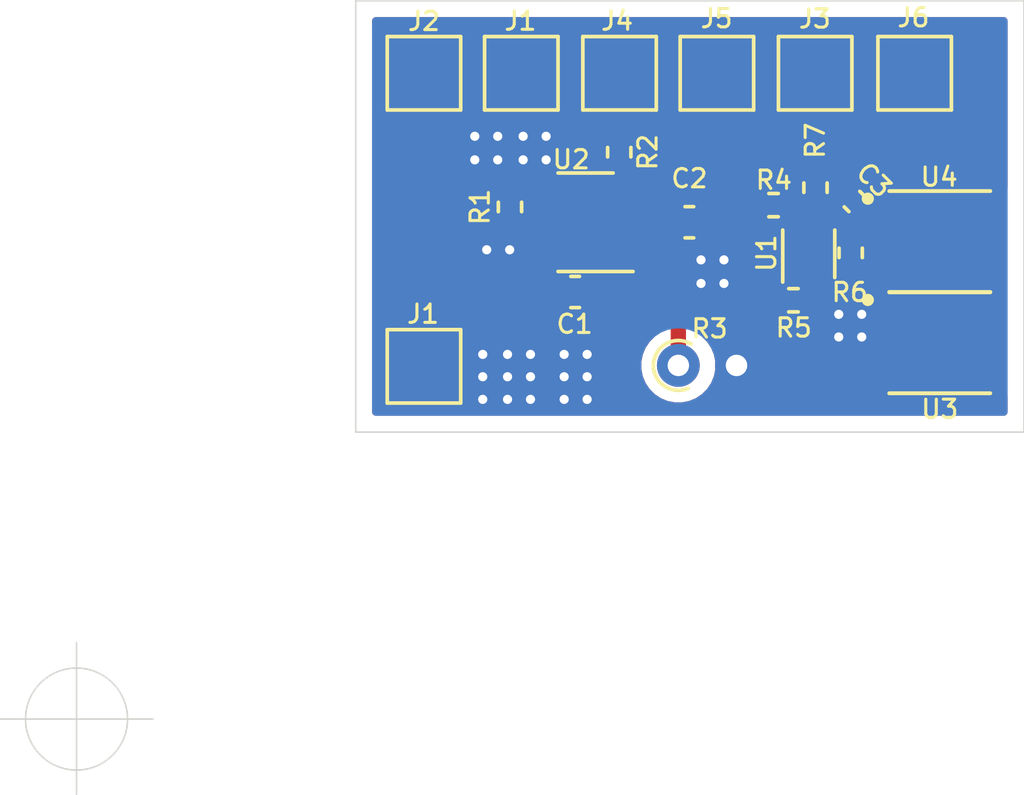
<source format=kicad_pcb>
(kicad_pcb (version 20171130) (host pcbnew "(5.1.8)-1")

  (general
    (thickness 1.6)
    (drawings 5)
    (tracks 129)
    (zones 0)
    (modules 21)
    (nets 15)
  )

  (page A4)
  (layers
    (0 F.Cu signal)
    (31 B.Cu signal)
    (32 B.Adhes user)
    (33 F.Adhes user)
    (34 B.Paste user)
    (35 F.Paste user)
    (36 B.SilkS user)
    (37 F.SilkS user)
    (38 B.Mask user)
    (39 F.Mask user)
    (40 Dwgs.User user hide)
    (41 Cmts.User user hide)
    (42 Eco1.User user hide)
    (43 Eco2.User user hide)
    (44 Edge.Cuts user)
    (45 Margin user hide)
    (46 B.CrtYd user hide)
    (47 F.CrtYd user hide)
    (48 B.Fab user hide)
    (49 F.Fab user hide)
  )

  (setup
    (last_trace_width 0.25)
    (user_trace_width 0.5)
    (user_trace_width 0.7)
    (trace_clearance 0.1)
    (zone_clearance 0.508)
    (zone_45_only no)
    (trace_min 0.2)
    (via_size 0.8)
    (via_drill 0.4)
    (via_min_size 0.4)
    (via_min_drill 0.3)
    (uvia_size 0.3)
    (uvia_drill 0.1)
    (uvias_allowed no)
    (uvia_min_size 0.2)
    (uvia_min_drill 0.1)
    (edge_width 0.05)
    (segment_width 0.2)
    (pcb_text_width 0.3)
    (pcb_text_size 1.5 1.5)
    (mod_edge_width 0.12)
    (mod_text_size 1 1)
    (mod_text_width 0.15)
    (pad_size 1.524 1.524)
    (pad_drill 0.762)
    (pad_to_mask_clearance 0)
    (aux_axis_origin 118.22 87.41)
    (grid_origin 118.22 87.41)
    (visible_elements 7FFFFFFF)
    (pcbplotparams
      (layerselection 0x010fc_ffffffff)
      (usegerberextensions false)
      (usegerberattributes true)
      (usegerberadvancedattributes true)
      (creategerberjobfile true)
      (excludeedgelayer true)
      (linewidth 0.100000)
      (plotframeref false)
      (viasonmask false)
      (mode 1)
      (useauxorigin false)
      (hpglpennumber 1)
      (hpglpenspeed 20)
      (hpglpendiameter 15.000000)
      (psnegative false)
      (psa4output false)
      (plotreference true)
      (plotvalue true)
      (plotinvisibletext false)
      (padsonsilk false)
      (subtractmaskfromsilk false)
      (outputformat 1)
      (mirror false)
      (drillshape 1)
      (scaleselection 1)
      (outputdirectory ""))
  )

  (net 0 "")
  (net 1 Adapter+)
  (net 2 BAT+)
  (net 3 BAT-)
  (net 4 "Net-(C3-Pad1)")
  (net 5 "Net-(R1-Pad1)")
  (net 6 ChargeLight-)
  (net 7 "Net-(R2-Pad1)")
  (net 8 "Net-(R3-Pad1)")
  (net 9 "Net-(R4-Pad1)")
  (net 10 "Net-(R5-Pad1)")
  (net 11 "Net-(R6-Pad1)")
  (net 12 "Net-(U1-Pad1)")
  (net 13 "Net-(U3-Pad5)")
  (net 14 GND)

  (net_class Default "This is the default net class."
    (clearance 0.1)
    (trace_width 0.25)
    (via_dia 0.8)
    (via_drill 0.4)
    (uvia_dia 0.3)
    (uvia_drill 0.1)
    (add_net Adapter+)
    (add_net BAT+)
    (add_net BAT-)
    (add_net ChargeLight-)
    (add_net GND)
    (add_net "Net-(C3-Pad1)")
    (add_net "Net-(R1-Pad1)")
    (add_net "Net-(R2-Pad1)")
    (add_net "Net-(R3-Pad1)")
    (add_net "Net-(R4-Pad1)")
    (add_net "Net-(R5-Pad1)")
    (add_net "Net-(R6-Pad1)")
    (add_net "Net-(U1-Pad1)")
    (add_net "Net-(U3-Pad5)")
  )

  (module TestPoint:TestPoint_Pad_2.0x2.0mm (layer F.Cu) (tedit 5A0F774F) (tstamp 6093583C)
    (at 129.57 75.88 180)
    (descr "SMD rectangular pad as test Point, square 2.0mm side length")
    (tags "test point SMD pad rectangle square")
    (path /60A04037)
    (attr virtual)
    (fp_text reference J1 (at 0.03 1.71) (layer F.SilkS)
      (effects (font (size 0.6 0.6) (thickness 0.1)))
    )
    (fp_text value Conn_01x01 (at 0 2.05) (layer F.Fab)
      (effects (font (size 1 1) (thickness 0.15)))
    )
    (fp_line (start -1.2 -1.2) (end 1.2 -1.2) (layer F.SilkS) (width 0.12))
    (fp_line (start 1.2 -1.2) (end 1.2 1.2) (layer F.SilkS) (width 0.12))
    (fp_line (start 1.2 1.2) (end -1.2 1.2) (layer F.SilkS) (width 0.12))
    (fp_line (start -1.2 1.2) (end -1.2 -1.2) (layer F.SilkS) (width 0.12))
    (fp_line (start -1.5 -1.5) (end 1.5 -1.5) (layer F.CrtYd) (width 0.05))
    (fp_line (start -1.5 -1.5) (end -1.5 1.5) (layer F.CrtYd) (width 0.05))
    (fp_line (start 1.5 1.5) (end 1.5 -1.5) (layer F.CrtYd) (width 0.05))
    (fp_line (start 1.5 1.5) (end -1.5 1.5) (layer F.CrtYd) (width 0.05))
    (fp_text user %R (at 0 -2) (layer F.Fab)
      (effects (font (size 1 1) (thickness 0.15)))
    )
    (pad 1 smd rect (at 0 0 180) (size 2 2) (layers F.Cu F.Mask)
      (net 14 GND))
  )

  (module Resistor_SMD:R_0402_1005Metric (layer F.Cu) (tedit 5F68FEEE) (tstamp 6092A90D)
    (at 142.36 70.039999 270)
    (descr "Resistor SMD 0402 (1005 Metric), square (rectangular) end terminal, IPC_7351 nominal, (Body size source: IPC-SM-782 page 72, https://www.pcb-3d.com/wordpress/wp-content/uploads/ipc-sm-782a_amendment_1_and_2.pdf), generated with kicad-footprint-generator")
    (tags resistor)
    (path /60997573)
    (attr smd)
    (fp_text reference R7 (at -1.539999 0.01 90) (layer F.SilkS)
      (effects (font (size 0.6 0.6) (thickness 0.1)))
    )
    (fp_text value 330R (at 0 1.17 90) (layer F.Fab)
      (effects (font (size 1 1) (thickness 0.15)))
    )
    (fp_line (start 0.93 0.47) (end -0.93 0.47) (layer F.CrtYd) (width 0.05))
    (fp_line (start 0.93 -0.47) (end 0.93 0.47) (layer F.CrtYd) (width 0.05))
    (fp_line (start -0.93 -0.47) (end 0.93 -0.47) (layer F.CrtYd) (width 0.05))
    (fp_line (start -0.93 0.47) (end -0.93 -0.47) (layer F.CrtYd) (width 0.05))
    (fp_line (start -0.153641 0.38) (end 0.153641 0.38) (layer F.SilkS) (width 0.12))
    (fp_line (start -0.153641 -0.38) (end 0.153641 -0.38) (layer F.SilkS) (width 0.12))
    (fp_line (start 0.525 0.27) (end -0.525 0.27) (layer F.Fab) (width 0.1))
    (fp_line (start 0.525 -0.27) (end 0.525 0.27) (layer F.Fab) (width 0.1))
    (fp_line (start -0.525 -0.27) (end 0.525 -0.27) (layer F.Fab) (width 0.1))
    (fp_line (start -0.525 0.27) (end -0.525 -0.27) (layer F.Fab) (width 0.1))
    (fp_text user %R (at 0 0 90) (layer F.Fab)
      (effects (font (size 0.26 0.26) (thickness 0.04)))
    )
    (pad 2 smd roundrect (at 0.51 0 270) (size 0.54 0.64) (layers F.Cu F.Paste F.Mask) (roundrect_rratio 0.25)
      (net 4 "Net-(C3-Pad1)"))
    (pad 1 smd roundrect (at -0.51 0 270) (size 0.54 0.64) (layers F.Cu F.Paste F.Mask) (roundrect_rratio 0.25)
      (net 2 BAT+))
    (model ${KISYS3DMOD}/Resistor_SMD.3dshapes/R_0402_1005Metric.wrl
      (at (xyz 0 0 0))
      (scale (xyz 1 1 1))
      (rotate (xyz 0 0 0))
    )
  )

  (module Resistor_SMD:R_0402_1005Metric (layer F.Cu) (tedit 5F68FEEE) (tstamp 6092A8FC)
    (at 143.51 72.17 90)
    (descr "Resistor SMD 0402 (1005 Metric), square (rectangular) end terminal, IPC_7351 nominal, (Body size source: IPC-SM-782 page 72, https://www.pcb-3d.com/wordpress/wp-content/uploads/ipc-sm-782a_amendment_1_and_2.pdf), generated with kicad-footprint-generator")
    (tags resistor)
    (path /60972CEE)
    (attr smd)
    (fp_text reference R6 (at -1.29 -0.03) (layer F.SilkS)
      (effects (font (size 0.6 0.6) (thickness 0.1)))
    )
    (fp_text value 5.1m (at 0 1.17 90) (layer F.Fab)
      (effects (font (size 1 1) (thickness 0.15)))
    )
    (fp_line (start 0.93 0.47) (end -0.93 0.47) (layer F.CrtYd) (width 0.05))
    (fp_line (start 0.93 -0.47) (end 0.93 0.47) (layer F.CrtYd) (width 0.05))
    (fp_line (start -0.93 -0.47) (end 0.93 -0.47) (layer F.CrtYd) (width 0.05))
    (fp_line (start -0.93 0.47) (end -0.93 -0.47) (layer F.CrtYd) (width 0.05))
    (fp_line (start -0.153641 0.38) (end 0.153641 0.38) (layer F.SilkS) (width 0.12))
    (fp_line (start -0.153641 -0.38) (end 0.153641 -0.38) (layer F.SilkS) (width 0.12))
    (fp_line (start 0.525 0.27) (end -0.525 0.27) (layer F.Fab) (width 0.1))
    (fp_line (start 0.525 -0.27) (end 0.525 0.27) (layer F.Fab) (width 0.1))
    (fp_line (start -0.525 -0.27) (end 0.525 -0.27) (layer F.Fab) (width 0.1))
    (fp_line (start -0.525 0.27) (end -0.525 -0.27) (layer F.Fab) (width 0.1))
    (fp_text user %R (at 0 0 90) (layer F.Fab)
      (effects (font (size 0.26 0.26) (thickness 0.04)))
    )
    (pad 2 smd roundrect (at 0.51 0 90) (size 0.54 0.64) (layers F.Cu F.Paste F.Mask) (roundrect_rratio 0.25)
      (net 3 BAT-))
    (pad 1 smd roundrect (at -0.51 0 90) (size 0.54 0.64) (layers F.Cu F.Paste F.Mask) (roundrect_rratio 0.25)
      (net 11 "Net-(R6-Pad1)"))
    (model ${KISYS3DMOD}/Resistor_SMD.3dshapes/R_0402_1005Metric.wrl
      (at (xyz 0 0 0))
      (scale (xyz 1 1 1))
      (rotate (xyz 0 0 0))
    )
  )

  (module Resistor_SMD:R_0402_1005Metric (layer F.Cu) (tedit 5F68FEEE) (tstamp 6092A8EB)
    (at 141.64 73.72 180)
    (descr "Resistor SMD 0402 (1005 Metric), square (rectangular) end terminal, IPC_7351 nominal, (Body size source: IPC-SM-782 page 72, https://www.pcb-3d.com/wordpress/wp-content/uploads/ipc-sm-782a_amendment_1_and_2.pdf), generated with kicad-footprint-generator")
    (tags resistor)
    (path /60955E65)
    (attr smd)
    (fp_text reference R5 (at -0.01 -0.9) (layer F.SilkS)
      (effects (font (size 0.6 0.6) (thickness 0.1)))
    )
    (fp_text value 5.1M (at 0 1.17) (layer F.Fab)
      (effects (font (size 1 1) (thickness 0.15)))
    )
    (fp_line (start 0.93 0.47) (end -0.93 0.47) (layer F.CrtYd) (width 0.05))
    (fp_line (start 0.93 -0.47) (end 0.93 0.47) (layer F.CrtYd) (width 0.05))
    (fp_line (start -0.93 -0.47) (end 0.93 -0.47) (layer F.CrtYd) (width 0.05))
    (fp_line (start -0.93 0.47) (end -0.93 -0.47) (layer F.CrtYd) (width 0.05))
    (fp_line (start -0.153641 0.38) (end 0.153641 0.38) (layer F.SilkS) (width 0.12))
    (fp_line (start -0.153641 -0.38) (end 0.153641 -0.38) (layer F.SilkS) (width 0.12))
    (fp_line (start 0.525 0.27) (end -0.525 0.27) (layer F.Fab) (width 0.1))
    (fp_line (start 0.525 -0.27) (end 0.525 0.27) (layer F.Fab) (width 0.1))
    (fp_line (start -0.525 -0.27) (end 0.525 -0.27) (layer F.Fab) (width 0.1))
    (fp_line (start -0.525 0.27) (end -0.525 -0.27) (layer F.Fab) (width 0.1))
    (fp_text user %R (at 0 0) (layer F.Fab)
      (effects (font (size 0.26 0.26) (thickness 0.04)))
    )
    (pad 2 smd roundrect (at 0.51 0 180) (size 0.54 0.64) (layers F.Cu F.Paste F.Mask) (roundrect_rratio 0.25)
      (net 14 GND))
    (pad 1 smd roundrect (at -0.51 0 180) (size 0.54 0.64) (layers F.Cu F.Paste F.Mask) (roundrect_rratio 0.25)
      (net 10 "Net-(R5-Pad1)"))
    (model ${KISYS3DMOD}/Resistor_SMD.3dshapes/R_0402_1005Metric.wrl
      (at (xyz 0 0 0))
      (scale (xyz 1 1 1))
      (rotate (xyz 0 0 0))
    )
  )

  (module Resistor_SMD:R_0402_1005Metric (layer F.Cu) (tedit 5F68FEEE) (tstamp 6092A8DA)
    (at 140.99 70.61 180)
    (descr "Resistor SMD 0402 (1005 Metric), square (rectangular) end terminal, IPC_7351 nominal, (Body size source: IPC-SM-782 page 72, https://www.pcb-3d.com/wordpress/wp-content/uploads/ipc-sm-782a_amendment_1_and_2.pdf), generated with kicad-footprint-generator")
    (tags resistor)
    (path /609790B1)
    (attr smd)
    (fp_text reference R4 (at -0.01 0.82) (layer F.SilkS)
      (effects (font (size 0.6 0.6) (thickness 0.1)))
    )
    (fp_text value 2.2k (at 0 1.17) (layer F.Fab)
      (effects (font (size 1 1) (thickness 0.15)))
    )
    (fp_line (start 0.93 0.47) (end -0.93 0.47) (layer F.CrtYd) (width 0.05))
    (fp_line (start 0.93 -0.47) (end 0.93 0.47) (layer F.CrtYd) (width 0.05))
    (fp_line (start -0.93 -0.47) (end 0.93 -0.47) (layer F.CrtYd) (width 0.05))
    (fp_line (start -0.93 0.47) (end -0.93 -0.47) (layer F.CrtYd) (width 0.05))
    (fp_line (start -0.153641 0.38) (end 0.153641 0.38) (layer F.SilkS) (width 0.12))
    (fp_line (start -0.153641 -0.38) (end 0.153641 -0.38) (layer F.SilkS) (width 0.12))
    (fp_line (start 0.525 0.27) (end -0.525 0.27) (layer F.Fab) (width 0.1))
    (fp_line (start 0.525 -0.27) (end 0.525 0.27) (layer F.Fab) (width 0.1))
    (fp_line (start -0.525 -0.27) (end 0.525 -0.27) (layer F.Fab) (width 0.1))
    (fp_line (start -0.525 0.27) (end -0.525 -0.27) (layer F.Fab) (width 0.1))
    (fp_text user %R (at 0 0) (layer F.Fab)
      (effects (font (size 0.26 0.26) (thickness 0.04)))
    )
    (pad 2 smd roundrect (at 0.51 0 180) (size 0.54 0.64) (layers F.Cu F.Paste F.Mask) (roundrect_rratio 0.25)
      (net 14 GND))
    (pad 1 smd roundrect (at -0.51 0 180) (size 0.54 0.64) (layers F.Cu F.Paste F.Mask) (roundrect_rratio 0.25)
      (net 9 "Net-(R4-Pad1)"))
    (model ${KISYS3DMOD}/Resistor_SMD.3dshapes/R_0402_1005Metric.wrl
      (at (xyz 0 0 0))
      (scale (xyz 1 1 1))
      (rotate (xyz 0 0 0))
    )
  )

  (module Resistor_SMD:R_0402_1005Metric (layer F.Cu) (tedit 5F68FEEE) (tstamp 6092A8BB)
    (at 135.95 68.88 90)
    (descr "Resistor SMD 0402 (1005 Metric), square (rectangular) end terminal, IPC_7351 nominal, (Body size source: IPC-SM-782 page 72, https://www.pcb-3d.com/wordpress/wp-content/uploads/ipc-sm-782a_amendment_1_and_2.pdf), generated with kicad-footprint-generator")
    (tags resistor)
    (path /6093112C)
    (attr smd)
    (fp_text reference R2 (at 0 0.93 90) (layer F.SilkS)
      (effects (font (size 0.6 0.6) (thickness 0.1)))
    )
    (fp_text value 1K (at 0 1.17 90) (layer F.Fab)
      (effects (font (size 1 1) (thickness 0.15)))
    )
    (fp_line (start 0.93 0.47) (end -0.93 0.47) (layer F.CrtYd) (width 0.05))
    (fp_line (start 0.93 -0.47) (end 0.93 0.47) (layer F.CrtYd) (width 0.05))
    (fp_line (start -0.93 -0.47) (end 0.93 -0.47) (layer F.CrtYd) (width 0.05))
    (fp_line (start -0.93 0.47) (end -0.93 -0.47) (layer F.CrtYd) (width 0.05))
    (fp_line (start -0.153641 0.38) (end 0.153641 0.38) (layer F.SilkS) (width 0.12))
    (fp_line (start -0.153641 -0.38) (end 0.153641 -0.38) (layer F.SilkS) (width 0.12))
    (fp_line (start 0.525 0.27) (end -0.525 0.27) (layer F.Fab) (width 0.1))
    (fp_line (start 0.525 -0.27) (end 0.525 0.27) (layer F.Fab) (width 0.1))
    (fp_line (start -0.525 -0.27) (end 0.525 -0.27) (layer F.Fab) (width 0.1))
    (fp_line (start -0.525 0.27) (end -0.525 -0.27) (layer F.Fab) (width 0.1))
    (fp_text user %R (at 0 0 90) (layer F.Fab)
      (effects (font (size 0.26 0.26) (thickness 0.04)))
    )
    (pad 2 smd roundrect (at 0.51 0 90) (size 0.54 0.64) (layers F.Cu F.Paste F.Mask) (roundrect_rratio 0.25)
      (net 6 ChargeLight-))
    (pad 1 smd roundrect (at -0.51 0 90) (size 0.54 0.64) (layers F.Cu F.Paste F.Mask) (roundrect_rratio 0.25)
      (net 7 "Net-(R2-Pad1)"))
    (model ${KISYS3DMOD}/Resistor_SMD.3dshapes/R_0402_1005Metric.wrl
      (at (xyz 0 0 0))
      (scale (xyz 1 1 1))
      (rotate (xyz 0 0 0))
    )
  )

  (module Resistor_SMD:R_0402_1005Metric (layer F.Cu) (tedit 5F68FEEE) (tstamp 6092A8AA)
    (at 132.38 70.67 270)
    (descr "Resistor SMD 0402 (1005 Metric), square (rectangular) end terminal, IPC_7351 nominal, (Body size source: IPC-SM-782 page 72, https://www.pcb-3d.com/wordpress/wp-content/uploads/ipc-sm-782a_amendment_1_and_2.pdf), generated with kicad-footprint-generator")
    (tags resistor)
    (path /6092AFB6)
    (attr smd)
    (fp_text reference R1 (at 0 0.98 90) (layer F.SilkS)
      (effects (font (size 0.6 0.6) (thickness 0.1)))
    )
    (fp_text value 1K (at 0 1.17 90) (layer F.Fab)
      (effects (font (size 1 1) (thickness 0.15)))
    )
    (fp_line (start 0.93 0.47) (end -0.93 0.47) (layer F.CrtYd) (width 0.05))
    (fp_line (start 0.93 -0.47) (end 0.93 0.47) (layer F.CrtYd) (width 0.05))
    (fp_line (start -0.93 -0.47) (end 0.93 -0.47) (layer F.CrtYd) (width 0.05))
    (fp_line (start -0.93 0.47) (end -0.93 -0.47) (layer F.CrtYd) (width 0.05))
    (fp_line (start -0.153641 0.38) (end 0.153641 0.38) (layer F.SilkS) (width 0.12))
    (fp_line (start -0.153641 -0.38) (end 0.153641 -0.38) (layer F.SilkS) (width 0.12))
    (fp_line (start 0.525 0.27) (end -0.525 0.27) (layer F.Fab) (width 0.1))
    (fp_line (start 0.525 -0.27) (end 0.525 0.27) (layer F.Fab) (width 0.1))
    (fp_line (start -0.525 -0.27) (end 0.525 -0.27) (layer F.Fab) (width 0.1))
    (fp_line (start -0.525 0.27) (end -0.525 -0.27) (layer F.Fab) (width 0.1))
    (fp_text user %R (at 0 0 90) (layer F.Fab)
      (effects (font (size 0.26 0.26) (thickness 0.04)))
    )
    (pad 2 smd roundrect (at 0.51 0 270) (size 0.54 0.64) (layers F.Cu F.Paste F.Mask) (roundrect_rratio 0.25)
      (net 14 GND))
    (pad 1 smd roundrect (at -0.51 0 270) (size 0.54 0.64) (layers F.Cu F.Paste F.Mask) (roundrect_rratio 0.25)
      (net 5 "Net-(R1-Pad1)"))
    (model ${KISYS3DMOD}/Resistor_SMD.3dshapes/R_0402_1005Metric.wrl
      (at (xyz 0 0 0))
      (scale (xyz 1 1 1))
      (rotate (xyz 0 0 0))
    )
  )

  (module TestPoint:TestPoint_Pad_2.0x2.0mm (layer F.Cu) (tedit 5A0F774F) (tstamp 60930CB3)
    (at 145.6 66.3 180)
    (descr "SMD rectangular pad as test Point, square 2.0mm side length")
    (tags "test point SMD pad rectangle square")
    (path /60A0C83A)
    (attr virtual)
    (fp_text reference J6 (at 0.04 1.82) (layer F.SilkS)
      (effects (font (size 0.6 0.6) (thickness 0.1)))
    )
    (fp_text value Conn_01x01 (at 0 2.05) (layer F.Fab)
      (effects (font (size 1 1) (thickness 0.15)))
    )
    (fp_line (start 1.5 1.5) (end -1.5 1.5) (layer F.CrtYd) (width 0.05))
    (fp_line (start 1.5 1.5) (end 1.5 -1.5) (layer F.CrtYd) (width 0.05))
    (fp_line (start -1.5 -1.5) (end -1.5 1.5) (layer F.CrtYd) (width 0.05))
    (fp_line (start -1.5 -1.5) (end 1.5 -1.5) (layer F.CrtYd) (width 0.05))
    (fp_line (start -1.2 1.2) (end -1.2 -1.2) (layer F.SilkS) (width 0.12))
    (fp_line (start 1.2 1.2) (end -1.2 1.2) (layer F.SilkS) (width 0.12))
    (fp_line (start 1.2 -1.2) (end 1.2 1.2) (layer F.SilkS) (width 0.12))
    (fp_line (start -1.2 -1.2) (end 1.2 -1.2) (layer F.SilkS) (width 0.12))
    (fp_text user %R (at 0 -2) (layer F.Fab)
      (effects (font (size 1 1) (thickness 0.15)))
    )
    (pad 1 smd rect (at 0 0 180) (size 2 2) (layers F.Cu F.Mask)
      (net 3 BAT-))
  )

  (module TestPoint:TestPoint_Pad_2.0x2.0mm (layer F.Cu) (tedit 5A0F774F) (tstamp 60930CA5)
    (at 139.14 66.3 180)
    (descr "SMD rectangular pad as test Point, square 2.0mm side length")
    (tags "test point SMD pad rectangle square")
    (path /60A0C834)
    (attr virtual)
    (fp_text reference J5 (at 0.01 1.79) (layer F.SilkS)
      (effects (font (size 0.6 0.6) (thickness 0.1)))
    )
    (fp_text value Conn_01x01 (at 0 2.05) (layer F.Fab)
      (effects (font (size 1 1) (thickness 0.15)))
    )
    (fp_line (start 1.5 1.5) (end -1.5 1.5) (layer F.CrtYd) (width 0.05))
    (fp_line (start 1.5 1.5) (end 1.5 -1.5) (layer F.CrtYd) (width 0.05))
    (fp_line (start -1.5 -1.5) (end -1.5 1.5) (layer F.CrtYd) (width 0.05))
    (fp_line (start -1.5 -1.5) (end 1.5 -1.5) (layer F.CrtYd) (width 0.05))
    (fp_line (start -1.2 1.2) (end -1.2 -1.2) (layer F.SilkS) (width 0.12))
    (fp_line (start 1.2 1.2) (end -1.2 1.2) (layer F.SilkS) (width 0.12))
    (fp_line (start 1.2 -1.2) (end 1.2 1.2) (layer F.SilkS) (width 0.12))
    (fp_line (start -1.2 -1.2) (end 1.2 -1.2) (layer F.SilkS) (width 0.12))
    (fp_text user %R (at 0 -2) (layer F.Fab)
      (effects (font (size 1 1) (thickness 0.15)))
    )
    (pad 1 smd rect (at 0 0 180) (size 2 2) (layers F.Cu F.Mask)
      (net 2 BAT+))
  )

  (module TestPoint:TestPoint_Pad_2.0x2.0mm (layer F.Cu) (tedit 5A0F774F) (tstamp 60930C97)
    (at 135.96 66.3 180)
    (descr "SMD rectangular pad as test Point, square 2.0mm side length")
    (tags "test point SMD pad rectangle square")
    (path /60A0A7B1)
    (attr virtual)
    (fp_text reference J4 (at 0.08 1.71) (layer F.SilkS)
      (effects (font (size 0.6 0.6) (thickness 0.1)))
    )
    (fp_text value Conn_01x01 (at 0 2.05) (layer F.Fab)
      (effects (font (size 1 1) (thickness 0.15)))
    )
    (fp_line (start 1.5 1.5) (end -1.5 1.5) (layer F.CrtYd) (width 0.05))
    (fp_line (start 1.5 1.5) (end 1.5 -1.5) (layer F.CrtYd) (width 0.05))
    (fp_line (start -1.5 -1.5) (end -1.5 1.5) (layer F.CrtYd) (width 0.05))
    (fp_line (start -1.5 -1.5) (end 1.5 -1.5) (layer F.CrtYd) (width 0.05))
    (fp_line (start -1.2 1.2) (end -1.2 -1.2) (layer F.SilkS) (width 0.12))
    (fp_line (start 1.2 1.2) (end -1.2 1.2) (layer F.SilkS) (width 0.12))
    (fp_line (start 1.2 -1.2) (end 1.2 1.2) (layer F.SilkS) (width 0.12))
    (fp_line (start -1.2 -1.2) (end 1.2 -1.2) (layer F.SilkS) (width 0.12))
    (fp_text user %R (at 0 -2) (layer F.Fab)
      (effects (font (size 1 1) (thickness 0.15)))
    )
    (pad 1 smd rect (at 0 0 180) (size 2 2) (layers F.Cu F.Mask)
      (net 6 ChargeLight-))
  )

  (module TestPoint:TestPoint_Pad_2.0x2.0mm (layer F.Cu) (tedit 5A0F774F) (tstamp 60930C89)
    (at 142.35 66.3 180)
    (descr "SMD rectangular pad as test Point, square 2.0mm side length")
    (tags "test point SMD pad rectangle square")
    (path /60A0A7AB)
    (attr virtual)
    (fp_text reference J3 (at 0.01 1.78) (layer F.SilkS)
      (effects (font (size 0.6 0.6) (thickness 0.1)))
    )
    (fp_text value Conn_01x01 (at 0 2.05) (layer F.Fab)
      (effects (font (size 1 1) (thickness 0.15)))
    )
    (fp_line (start 1.5 1.5) (end -1.5 1.5) (layer F.CrtYd) (width 0.05))
    (fp_line (start 1.5 1.5) (end 1.5 -1.5) (layer F.CrtYd) (width 0.05))
    (fp_line (start -1.5 -1.5) (end -1.5 1.5) (layer F.CrtYd) (width 0.05))
    (fp_line (start -1.5 -1.5) (end 1.5 -1.5) (layer F.CrtYd) (width 0.05))
    (fp_line (start -1.2 1.2) (end -1.2 -1.2) (layer F.SilkS) (width 0.12))
    (fp_line (start 1.2 1.2) (end -1.2 1.2) (layer F.SilkS) (width 0.12))
    (fp_line (start 1.2 -1.2) (end 1.2 1.2) (layer F.SilkS) (width 0.12))
    (fp_line (start -1.2 -1.2) (end 1.2 -1.2) (layer F.SilkS) (width 0.12))
    (fp_text user %R (at 0 -2) (layer F.Fab)
      (effects (font (size 1 1) (thickness 0.15)))
    )
    (pad 1 smd rect (at 0 0 180) (size 2 2) (layers F.Cu F.Mask)
      (net 2 BAT+))
  )

  (module TestPoint:TestPoint_Pad_2.0x2.0mm (layer F.Cu) (tedit 5A0F774F) (tstamp 60930C7B)
    (at 129.57 66.3 180)
    (descr "SMD rectangular pad as test Point, square 2.0mm side length")
    (tags "test point SMD pad rectangle square")
    (path /60A0504E)
    (attr virtual)
    (fp_text reference J2 (at 0 1.7) (layer F.SilkS)
      (effects (font (size 0.6 0.6) (thickness 0.1)))
    )
    (fp_text value Conn_01x01 (at 0 2.05) (layer F.Fab)
      (effects (font (size 1 1) (thickness 0.15)))
    )
    (fp_line (start 1.5 1.5) (end -1.5 1.5) (layer F.CrtYd) (width 0.05))
    (fp_line (start 1.5 1.5) (end 1.5 -1.5) (layer F.CrtYd) (width 0.05))
    (fp_line (start -1.5 -1.5) (end -1.5 1.5) (layer F.CrtYd) (width 0.05))
    (fp_line (start -1.5 -1.5) (end 1.5 -1.5) (layer F.CrtYd) (width 0.05))
    (fp_line (start -1.2 1.2) (end -1.2 -1.2) (layer F.SilkS) (width 0.12))
    (fp_line (start 1.2 1.2) (end -1.2 1.2) (layer F.SilkS) (width 0.12))
    (fp_line (start 1.2 -1.2) (end 1.2 1.2) (layer F.SilkS) (width 0.12))
    (fp_line (start -1.2 -1.2) (end 1.2 -1.2) (layer F.SilkS) (width 0.12))
    (fp_text user %R (at 0 -2) (layer F.Fab)
      (effects (font (size 1 1) (thickness 0.15)))
    )
    (pad 1 smd rect (at 0 0 180) (size 2 2) (layers F.Cu F.Mask)
      (net 1 Adapter+))
  )

  (module TestPoint:TestPoint_Pad_2.0x2.0mm (layer F.Cu) (tedit 5A0F774F) (tstamp 60930C6D)
    (at 132.75 66.3 180)
    (descr "SMD rectangular pad as test Point, square 2.0mm side length")
    (tags "test point SMD pad rectangle square")
    (path /60A04037)
    (attr virtual)
    (fp_text reference J1 (at 0.03 1.71) (layer F.SilkS)
      (effects (font (size 0.6 0.6) (thickness 0.1)))
    )
    (fp_text value Conn_01x01 (at 0 2.05) (layer F.Fab)
      (effects (font (size 1 1) (thickness 0.15)))
    )
    (fp_line (start 1.5 1.5) (end -1.5 1.5) (layer F.CrtYd) (width 0.05))
    (fp_line (start 1.5 1.5) (end 1.5 -1.5) (layer F.CrtYd) (width 0.05))
    (fp_line (start -1.5 -1.5) (end -1.5 1.5) (layer F.CrtYd) (width 0.05))
    (fp_line (start -1.5 -1.5) (end 1.5 -1.5) (layer F.CrtYd) (width 0.05))
    (fp_line (start -1.2 1.2) (end -1.2 -1.2) (layer F.SilkS) (width 0.12))
    (fp_line (start 1.2 1.2) (end -1.2 1.2) (layer F.SilkS) (width 0.12))
    (fp_line (start 1.2 -1.2) (end 1.2 1.2) (layer F.SilkS) (width 0.12))
    (fp_line (start -1.2 -1.2) (end 1.2 -1.2) (layer F.SilkS) (width 0.12))
    (fp_text user %R (at 0 -2) (layer F.Fab)
      (effects (font (size 1 1) (thickness 0.15)))
    )
    (pad 1 smd rect (at 0 0 180) (size 2 2) (layers F.Cu F.Mask)
      (net 14 GND))
  )

  (module Capacitor_SMD:C_0402_1005Metric (layer F.Cu) (tedit 5F68FEEE) (tstamp 6092A899)
    (at 143.63 70.49 315)
    (descr "Capacitor SMD 0402 (1005 Metric), square (rectangular) end terminal, IPC_7351 nominal, (Body size source: IPC-SM-782 page 76, https://www.pcb-3d.com/wordpress/wp-content/uploads/ipc-sm-782a_amendment_1_and_2.pdf), generated with kicad-footprint-generator")
    (tags capacitor)
    (path /6099756D)
    (attr smd)
    (fp_text reference C3 (at -0.042426 -0.947523 135) (layer F.SilkS)
      (effects (font (size 0.6 0.6) (thickness 0.1)))
    )
    (fp_text value 0.1uF (at 0 1.16 135) (layer F.Fab)
      (effects (font (size 1 1) (thickness 0.15)))
    )
    (fp_line (start 0.91 0.46) (end -0.91 0.46) (layer F.CrtYd) (width 0.05))
    (fp_line (start 0.91 -0.46) (end 0.91 0.46) (layer F.CrtYd) (width 0.05))
    (fp_line (start -0.91 -0.46) (end 0.91 -0.46) (layer F.CrtYd) (width 0.05))
    (fp_line (start -0.91 0.46) (end -0.91 -0.46) (layer F.CrtYd) (width 0.05))
    (fp_line (start -0.107836 0.36) (end 0.107836 0.36) (layer F.SilkS) (width 0.12))
    (fp_line (start -0.107836 -0.36) (end 0.107836 -0.36) (layer F.SilkS) (width 0.12))
    (fp_line (start 0.5 0.25) (end -0.5 0.25) (layer F.Fab) (width 0.1))
    (fp_line (start 0.5 -0.25) (end 0.5 0.25) (layer F.Fab) (width 0.1))
    (fp_line (start -0.5 -0.25) (end 0.5 -0.25) (layer F.Fab) (width 0.1))
    (fp_line (start -0.5 0.25) (end -0.5 -0.25) (layer F.Fab) (width 0.1))
    (fp_text user %R (at 0 0 135) (layer F.Fab)
      (effects (font (size 0.25 0.25) (thickness 0.04)))
    )
    (pad 2 smd roundrect (at 0.48 0 315) (size 0.56 0.62) (layers F.Cu F.Paste F.Mask) (roundrect_rratio 0.25)
      (net 3 BAT-))
    (pad 1 smd roundrect (at -0.48 0 315) (size 0.56 0.62) (layers F.Cu F.Paste F.Mask) (roundrect_rratio 0.25)
      (net 4 "Net-(C3-Pad1)"))
    (model ${KISYS3DMOD}/Capacitor_SMD.3dshapes/C_0402_1005Metric.wrl
      (at (xyz 0 0 0))
      (scale (xyz 1 1 1))
      (rotate (xyz 0 0 0))
    )
  )

  (module BC:CSD16406Q3 (layer F.Cu) (tedit 609275D4) (tstamp 6092A981)
    (at 146.42 71.8)
    (descr "<b>8-SON</b> (Q3)<p>body 3.3 x 3.3 mm")
    (path /60929C60)
    (fp_text reference U4 (at -0.02 -2.11) (layer F.SilkS)
      (effects (font (size 0.6 0.6) (thickness 0.1)))
    )
    (fp_text value CSD16406Q3 (at 5.728 2.808) (layer F.Fab)
      (effects (font (size 0.8 0.8) (thickness 0.015)))
    )
    (fp_circle (center -2.35 -1.4) (end -2.25 -1.4) (layer F.Fab) (width 0.2))
    (fp_circle (center -2.35 -1.4) (end -2.25 -1.4) (layer F.SilkS) (width 0.2))
    (fp_line (start -2 1.9) (end -2 -1.9) (layer F.CrtYd) (width 0.05))
    (fp_line (start 2 1.9) (end -2 1.9) (layer F.CrtYd) (width 0.05))
    (fp_line (start 2 -1.9) (end 2 1.9) (layer F.CrtYd) (width 0.05))
    (fp_line (start -2 -1.9) (end 2 -1.9) (layer F.CrtYd) (width 0.05))
    (fp_line (start -1.65 -1.65) (end 1.65 -1.65) (layer F.SilkS) (width 0.127))
    (fp_line (start -1.65 1.65) (end 1.65 1.65) (layer F.SilkS) (width 0.127))
    (fp_poly (pts (xy -0.46 0.125) (xy 0.985 0.125) (xy 0.985 1.145) (xy -0.46 1.145)) (layer F.Paste) (width 0.01))
    (fp_poly (pts (xy -1.66 -1.145) (xy -1.21 -1.145) (xy -1.21 -0.805) (xy -1.66 -0.805)) (layer F.Paste) (width 0.01))
    (fp_poly (pts (xy -1.66 -0.495) (xy -1.21 -0.495) (xy -1.21 -0.155) (xy -1.66 -0.155)) (layer F.Paste) (width 0.01))
    (fp_poly (pts (xy -1.66 0.805) (xy -1.21 0.805) (xy -1.21 1.145) (xy -1.66 1.145)) (layer F.Paste) (width 0.01))
    (fp_poly (pts (xy -1.66 0.155) (xy -1.21 0.155) (xy -1.21 0.495) (xy -1.66 0.495)) (layer F.Paste) (width 0.01))
    (fp_poly (pts (xy 1.21 0.805) (xy 1.66 0.805) (xy 1.66 1.145) (xy 1.21 1.145)) (layer F.Paste) (width 0.01))
    (fp_poly (pts (xy 1.21 0.155) (xy 1.66 0.155) (xy 1.66 0.495) (xy 1.21 0.495)) (layer F.Paste) (width 0.01))
    (fp_poly (pts (xy 1.21 -1.145) (xy 1.66 -1.145) (xy 1.66 -0.805) (xy 1.21 -0.805)) (layer F.Paste) (width 0.01))
    (fp_poly (pts (xy 1.21 -0.495) (xy 1.66 -0.495) (xy 1.66 -0.155) (xy 1.21 -0.155)) (layer F.Paste) (width 0.01))
    (fp_line (start -1.65 -1.65) (end 1.65 -1.65) (layer F.Fab) (width 0.127))
    (fp_line (start -1.65 1.65) (end -1.65 -1.65) (layer F.Fab) (width 0.127))
    (fp_line (start 1.65 1.65) (end -1.65 1.65) (layer F.Fab) (width 0.127))
    (fp_line (start 1.65 -1.65) (end 1.65 1.65) (layer F.Fab) (width 0.127))
    (fp_poly (pts (xy -0.46 -1.145) (xy 0.985 -1.145) (xy 0.985 -0.125) (xy -0.46 -0.125)) (layer F.Paste) (width 0.01))
    (fp_poly (pts (xy 1.75 -1.225) (xy 1.75 -0.725) (xy 1.34 -0.725) (xy 1.34 -0.575)
      (xy 1.75 -0.575) (xy 1.75 -0.075) (xy 1.34 -0.075) (xy 1.34 0.075)
      (xy 1.75 0.075) (xy 1.75 0.575) (xy 1.34 0.575) (xy 1.34 0.725)
      (xy 1.75 0.725) (xy 1.75 1.225) (xy -0.56 1.225) (xy -0.56 -1.225)) (layer F.Cu) (width 0.01))
    (fp_poly (pts (xy -0.66 -1.325) (xy 1.85 -1.325) (xy 1.85 1.325) (xy -0.66 1.325)) (layer F.Mask) (width 0.01))
    (pad 4 smd rect (at -1.435 0.975) (size 0.63 0.5) (layers F.Cu F.Mask)
      (net 11 "Net-(R6-Pad1)"))
    (pad 1 smd rect (at -1.435 -0.975) (size 0.63 0.5) (layers F.Cu F.Mask)
      (net 3 BAT-))
    (pad 2 smd rect (at -1.435 -0.325) (size 0.63 0.5) (layers F.Cu F.Mask)
      (net 3 BAT-))
    (pad 3 smd rect (at -1.435 0.325) (size 0.63 0.5) (layers F.Cu F.Mask)
      (net 3 BAT-))
    (pad 5 smd rect (at 1.435 0.975) (size 0.63 0.5) (layers F.Cu)
      (net 13 "Net-(U3-Pad5)"))
    (pad 6 smd rect (at 1.435 0.325) (size 0.63 0.5) (layers F.Cu)
      (net 13 "Net-(U3-Pad5)"))
    (pad 7 smd rect (at 1.435 -0.325) (size 0.63 0.5) (layers F.Cu)
      (net 13 "Net-(U3-Pad5)"))
    (pad 8 smd rect (at 1.435 -0.975) (size 0.63 0.5) (layers F.Cu)
      (net 13 "Net-(U3-Pad5)"))
  )

  (module BC:CSD16406Q3 (layer F.Cu) (tedit 609275D4) (tstamp 6092A95D)
    (at 146.42 75.11)
    (descr "<b>8-SON</b> (Q3)<p>body 3.3 x 3.3 mm")
    (path /60927B72)
    (fp_text reference U3 (at 0 2.17 180) (layer F.SilkS)
      (effects (font (size 0.6 0.6) (thickness 0.1)))
    )
    (fp_text value CSD16406Q3 (at 5.728 2.808) (layer F.Fab)
      (effects (font (size 0.8 0.8) (thickness 0.015)))
    )
    (fp_circle (center -2.35 -1.4) (end -2.25 -1.4) (layer F.Fab) (width 0.2))
    (fp_circle (center -2.35 -1.4) (end -2.25 -1.4) (layer F.SilkS) (width 0.2))
    (fp_line (start -2 1.9) (end -2 -1.9) (layer F.CrtYd) (width 0.05))
    (fp_line (start 2 1.9) (end -2 1.9) (layer F.CrtYd) (width 0.05))
    (fp_line (start 2 -1.9) (end 2 1.9) (layer F.CrtYd) (width 0.05))
    (fp_line (start -2 -1.9) (end 2 -1.9) (layer F.CrtYd) (width 0.05))
    (fp_line (start -1.65 -1.65) (end 1.65 -1.65) (layer F.SilkS) (width 0.127))
    (fp_line (start -1.65 1.65) (end 1.65 1.65) (layer F.SilkS) (width 0.127))
    (fp_poly (pts (xy -0.46 0.125) (xy 0.985 0.125) (xy 0.985 1.145) (xy -0.46 1.145)) (layer F.Paste) (width 0.01))
    (fp_poly (pts (xy -1.66 -1.145) (xy -1.21 -1.145) (xy -1.21 -0.805) (xy -1.66 -0.805)) (layer F.Paste) (width 0.01))
    (fp_poly (pts (xy -1.66 -0.495) (xy -1.21 -0.495) (xy -1.21 -0.155) (xy -1.66 -0.155)) (layer F.Paste) (width 0.01))
    (fp_poly (pts (xy -1.66 0.805) (xy -1.21 0.805) (xy -1.21 1.145) (xy -1.66 1.145)) (layer F.Paste) (width 0.01))
    (fp_poly (pts (xy -1.66 0.155) (xy -1.21 0.155) (xy -1.21 0.495) (xy -1.66 0.495)) (layer F.Paste) (width 0.01))
    (fp_poly (pts (xy 1.21 0.805) (xy 1.66 0.805) (xy 1.66 1.145) (xy 1.21 1.145)) (layer F.Paste) (width 0.01))
    (fp_poly (pts (xy 1.21 0.155) (xy 1.66 0.155) (xy 1.66 0.495) (xy 1.21 0.495)) (layer F.Paste) (width 0.01))
    (fp_poly (pts (xy 1.21 -1.145) (xy 1.66 -1.145) (xy 1.66 -0.805) (xy 1.21 -0.805)) (layer F.Paste) (width 0.01))
    (fp_poly (pts (xy 1.21 -0.495) (xy 1.66 -0.495) (xy 1.66 -0.155) (xy 1.21 -0.155)) (layer F.Paste) (width 0.01))
    (fp_line (start -1.65 -1.65) (end 1.65 -1.65) (layer F.Fab) (width 0.127))
    (fp_line (start -1.65 1.65) (end -1.65 -1.65) (layer F.Fab) (width 0.127))
    (fp_line (start 1.65 1.65) (end -1.65 1.65) (layer F.Fab) (width 0.127))
    (fp_line (start 1.65 -1.65) (end 1.65 1.65) (layer F.Fab) (width 0.127))
    (fp_poly (pts (xy -0.46 -1.145) (xy 0.985 -1.145) (xy 0.985 -0.125) (xy -0.46 -0.125)) (layer F.Paste) (width 0.01))
    (fp_poly (pts (xy 1.75 -1.225) (xy 1.75 -0.725) (xy 1.34 -0.725) (xy 1.34 -0.575)
      (xy 1.75 -0.575) (xy 1.75 -0.075) (xy 1.34 -0.075) (xy 1.34 0.075)
      (xy 1.75 0.075) (xy 1.75 0.575) (xy 1.34 0.575) (xy 1.34 0.725)
      (xy 1.75 0.725) (xy 1.75 1.225) (xy -0.56 1.225) (xy -0.56 -1.225)) (layer F.Cu) (width 0.01))
    (fp_poly (pts (xy -0.66 -1.325) (xy 1.85 -1.325) (xy 1.85 1.325) (xy -0.66 1.325)) (layer F.Mask) (width 0.01))
    (pad 4 smd rect (at -1.435 0.975) (size 0.63 0.5) (layers F.Cu F.Mask)
      (net 10 "Net-(R5-Pad1)"))
    (pad 1 smd rect (at -1.435 -0.975) (size 0.63 0.5) (layers F.Cu F.Mask)
      (net 14 GND))
    (pad 2 smd rect (at -1.435 -0.325) (size 0.63 0.5) (layers F.Cu F.Mask)
      (net 14 GND))
    (pad 3 smd rect (at -1.435 0.325) (size 0.63 0.5) (layers F.Cu F.Mask)
      (net 14 GND))
    (pad 5 smd rect (at 1.435 0.975) (size 0.63 0.5) (layers F.Cu)
      (net 13 "Net-(U3-Pad5)"))
    (pad 6 smd rect (at 1.435 0.325) (size 0.63 0.5) (layers F.Cu)
      (net 13 "Net-(U3-Pad5)"))
    (pad 7 smd rect (at 1.435 -0.325) (size 0.63 0.5) (layers F.Cu)
      (net 13 "Net-(U3-Pad5)"))
    (pad 8 smd rect (at 1.435 -0.975) (size 0.63 0.5) (layers F.Cu)
      (net 13 "Net-(U3-Pad5)"))
  )

  (module Package_TO_SOT_SMD:SOT-23-6 (layer F.Cu) (tedit 5A02FF57) (tstamp 6092A939)
    (at 134.85 71.17 180)
    (descr "6-pin SOT-23 package")
    (tags SOT-23-6)
    (path /60928246)
    (attr smd)
    (fp_text reference U2 (at 0.47 2.05) (layer F.SilkS)
      (effects (font (size 0.6 0.6) (thickness 0.1)))
    )
    (fp_text value BQ21040 (at 0 2.9) (layer F.Fab)
      (effects (font (size 1 1) (thickness 0.15)))
    )
    (fp_line (start 0.9 -1.55) (end 0.9 1.55) (layer F.Fab) (width 0.1))
    (fp_line (start 0.9 1.55) (end -0.9 1.55) (layer F.Fab) (width 0.1))
    (fp_line (start -0.9 -0.9) (end -0.9 1.55) (layer F.Fab) (width 0.1))
    (fp_line (start 0.9 -1.55) (end -0.25 -1.55) (layer F.Fab) (width 0.1))
    (fp_line (start -0.9 -0.9) (end -0.25 -1.55) (layer F.Fab) (width 0.1))
    (fp_line (start -1.9 -1.8) (end -1.9 1.8) (layer F.CrtYd) (width 0.05))
    (fp_line (start -1.9 1.8) (end 1.9 1.8) (layer F.CrtYd) (width 0.05))
    (fp_line (start 1.9 1.8) (end 1.9 -1.8) (layer F.CrtYd) (width 0.05))
    (fp_line (start 1.9 -1.8) (end -1.9 -1.8) (layer F.CrtYd) (width 0.05))
    (fp_line (start 0.9 -1.61) (end -1.55 -1.61) (layer F.SilkS) (width 0.12))
    (fp_line (start -0.9 1.61) (end 0.9 1.61) (layer F.SilkS) (width 0.12))
    (fp_text user %R (at 0 0 90) (layer F.Fab)
      (effects (font (size 0.5 0.5) (thickness 0.075)))
    )
    (pad 5 smd rect (at 1.1 0 180) (size 1.06 0.65) (layers F.Cu F.Paste F.Mask)
      (net 14 GND))
    (pad 6 smd rect (at 1.1 -0.95 180) (size 1.06 0.65) (layers F.Cu F.Paste F.Mask)
      (net 1 Adapter+))
    (pad 4 smd rect (at 1.1 0.95 180) (size 1.06 0.65) (layers F.Cu F.Paste F.Mask)
      (net 5 "Net-(R1-Pad1)"))
    (pad 3 smd rect (at -1.1 0.95 180) (size 1.06 0.65) (layers F.Cu F.Paste F.Mask)
      (net 7 "Net-(R2-Pad1)"))
    (pad 2 smd rect (at -1.1 0 180) (size 1.06 0.65) (layers F.Cu F.Paste F.Mask)
      (net 2 BAT+))
    (pad 1 smd rect (at -1.1 -0.95 180) (size 1.06 0.65) (layers F.Cu F.Paste F.Mask)
      (net 8 "Net-(R3-Pad1)"))
    (model ${KISYS3DMOD}/Package_TO_SOT_SMD.3dshapes/SOT-23-6.wrl
      (at (xyz 0 0 0))
      (scale (xyz 1 1 1))
      (rotate (xyz 0 0 0))
    )
  )

  (module Package_SON:WSON-6_1.5x1.5mm_P0.5mm (layer F.Cu) (tedit 5A02F1D8) (tstamp 6092A923)
    (at 142.14 72.179999 90)
    (descr "WSON6, http://www.ti.com/lit/ds/symlink/tlv702.pdf")
    (tags WSON6_1.5x1.5mm_P0.5mm)
    (path /60927DB8)
    (attr smd)
    (fp_text reference U1 (at 0 -1.38 90) (layer F.SilkS)
      (effects (font (size 0.6 0.6) (thickness 0.1)))
    )
    (fp_text value BQ2971 (at 0 2 90) (layer F.Fab)
      (effects (font (size 1 1) (thickness 0.15)))
    )
    (fp_line (start -1.2 1.02) (end -1.2 -1.02) (layer F.CrtYd) (width 0.05))
    (fp_line (start -1.2 1.02) (end 1.2 1.02) (layer F.CrtYd) (width 0.05))
    (fp_line (start 1.2 -1.02) (end -1.2 -1.02) (layer F.CrtYd) (width 0.05))
    (fp_line (start 1.2 -1.02) (end 1.2 1.02) (layer F.CrtYd) (width 0.05))
    (fp_line (start 0.785 -0.78) (end 0.785 0.78) (layer F.Fab) (width 0.1))
    (fp_line (start -0.775 0.78) (end 0.785 0.78) (layer F.Fab) (width 0.1))
    (fp_line (start -0.775 -0.5) (end -0.775 0.78) (layer F.Fab) (width 0.1))
    (fp_line (start 0.785 -0.78) (end -0.495 -0.78) (layer F.Fab) (width 0.1))
    (fp_line (start -0.495 -0.78) (end -0.775 -0.5) (layer F.Fab) (width 0.1))
    (fp_line (start -0.795 0.85) (end 0.755 0.85) (layer F.SilkS) (width 0.12))
    (fp_line (start -0.945 -0.85) (end 0.755 -0.85) (layer F.SilkS) (width 0.12))
    (fp_text user %R (at 0.005 0 90) (layer F.Fab)
      (effects (font (size 0.4 0.4) (thickness 0.05)))
    )
    (pad 6 smd rect (at 0.575 -0.5) (size 0.28 0.75) (layers F.Cu F.Paste F.Mask)
      (net 9 "Net-(R4-Pad1)"))
    (pad 5 smd rect (at 0.575 0) (size 0.28 0.75) (layers F.Cu F.Paste F.Mask)
      (net 4 "Net-(C3-Pad1)"))
    (pad 4 smd rect (at 0.575 0.5) (size 0.28 0.75) (layers F.Cu F.Paste F.Mask)
      (net 3 BAT-))
    (pad 3 smd rect (at -0.575 0.5) (size 0.28 0.75) (layers F.Cu F.Paste F.Mask)
      (net 11 "Net-(R6-Pad1)"))
    (pad 2 smd rect (at -0.575 0) (size 0.28 0.75) (layers F.Cu F.Paste F.Mask)
      (net 10 "Net-(R5-Pad1)"))
    (pad 1 smd rect (at -0.525 -0.5) (size 0.28 0.85) (layers F.Cu F.Paste F.Mask)
      (net 12 "Net-(U1-Pad1)"))
    (model ${KISYS3DMOD}/Package_SON.3dshapes/WSON-6_1.5x1.5mm_P0.5mm.wrl
      (at (xyz 0 0 0))
      (scale (xyz 1 1 1))
      (rotate (xyz 0 0 0))
    )
  )

  (module Resistor_THT:R_Axial_DIN0204_L3.6mm_D1.6mm_P1.90mm_Vertical (layer F.Cu) (tedit 5AE5139B) (tstamp 6092A8C9)
    (at 137.88 75.85)
    (descr "Resistor, Axial_DIN0204 series, Axial, Vertical, pin pitch=1.9mm, 0.167W, length*diameter=3.6*1.6mm^2, http://cdn-reichelt.de/documents/datenblatt/B400/1_4W%23YAG.pdf")
    (tags "Resistor Axial_DIN0204 series Axial Vertical pin pitch 1.9mm 0.167W length 3.6mm diameter 1.6mm")
    (path /60934375)
    (fp_text reference R3 (at 1.02 -1.2) (layer F.SilkS)
      (effects (font (size 0.6 0.6) (thickness 0.1)))
    )
    (fp_text value 103AT-2 (at 0.95 1.92) (layer F.Fab)
      (effects (font (size 1 1) (thickness 0.15)))
    )
    (fp_line (start 2.86 -1.05) (end -1.05 -1.05) (layer F.CrtYd) (width 0.05))
    (fp_line (start 2.86 1.05) (end 2.86 -1.05) (layer F.CrtYd) (width 0.05))
    (fp_line (start -1.05 1.05) (end 2.86 1.05) (layer F.CrtYd) (width 0.05))
    (fp_line (start -1.05 -1.05) (end -1.05 1.05) (layer F.CrtYd) (width 0.05))
    (fp_line (start 0 0) (end 1.9 0) (layer F.Fab) (width 0.1))
    (fp_circle (center 0 0) (end 0.8 0) (layer F.Fab) (width 0.1))
    (fp_text user %R (at 0.95 -1.92) (layer F.Fab)
      (effects (font (size 1 1) (thickness 0.15)))
    )
    (fp_arc (start 0 0) (end 0.417133 -0.7) (angle -233.92106) (layer F.SilkS) (width 0.12))
    (pad 2 thru_hole oval (at 1.9 0) (size 1.4 1.4) (drill 0.7) (layers *.Cu *.Mask)
      (net 14 GND))
    (pad 1 thru_hole circle (at 0 0) (size 1.4 1.4) (drill 0.7) (layers *.Cu *.Mask)
      (net 8 "Net-(R3-Pad1)"))
    (model ${KISYS3DMOD}/Resistor_THT.3dshapes/R_Axial_DIN0204_L3.6mm_D1.6mm_P1.90mm_Vertical.wrl
      (at (xyz 0 0 0))
      (scale (xyz 1 1 1))
      (rotate (xyz 0 0 0))
    )
  )

  (module Capacitor_SMD:C_0603_1608Metric (layer F.Cu) (tedit 5F68FEEE) (tstamp 6092A888)
    (at 138.24 71.17)
    (descr "Capacitor SMD 0603 (1608 Metric), square (rectangular) end terminal, IPC_7351 nominal, (Body size source: IPC-SM-782 page 76, https://www.pcb-3d.com/wordpress/wp-content/uploads/ipc-sm-782a_amendment_1_and_2.pdf), generated with kicad-footprint-generator")
    (tags capacitor)
    (path /6093735A)
    (attr smd)
    (fp_text reference C2 (at 0 -1.43) (layer F.SilkS)
      (effects (font (size 0.6 0.6) (thickness 0.1)))
    )
    (fp_text value 1uF (at 0 1.43) (layer F.Fab)
      (effects (font (size 1 1) (thickness 0.15)))
    )
    (fp_line (start 1.48 0.73) (end -1.48 0.73) (layer F.CrtYd) (width 0.05))
    (fp_line (start 1.48 -0.73) (end 1.48 0.73) (layer F.CrtYd) (width 0.05))
    (fp_line (start -1.48 -0.73) (end 1.48 -0.73) (layer F.CrtYd) (width 0.05))
    (fp_line (start -1.48 0.73) (end -1.48 -0.73) (layer F.CrtYd) (width 0.05))
    (fp_line (start -0.14058 0.51) (end 0.14058 0.51) (layer F.SilkS) (width 0.12))
    (fp_line (start -0.14058 -0.51) (end 0.14058 -0.51) (layer F.SilkS) (width 0.12))
    (fp_line (start 0.8 0.4) (end -0.8 0.4) (layer F.Fab) (width 0.1))
    (fp_line (start 0.8 -0.4) (end 0.8 0.4) (layer F.Fab) (width 0.1))
    (fp_line (start -0.8 -0.4) (end 0.8 -0.4) (layer F.Fab) (width 0.1))
    (fp_line (start -0.8 0.4) (end -0.8 -0.4) (layer F.Fab) (width 0.1))
    (fp_text user %R (at 0 0) (layer F.Fab)
      (effects (font (size 0.4 0.4) (thickness 0.06)))
    )
    (pad 2 smd roundrect (at 0.775 0) (size 0.9 0.95) (layers F.Cu F.Paste F.Mask) (roundrect_rratio 0.25)
      (net 14 GND))
    (pad 1 smd roundrect (at -0.775 0) (size 0.9 0.95) (layers F.Cu F.Paste F.Mask) (roundrect_rratio 0.25)
      (net 2 BAT+))
    (model ${KISYS3DMOD}/Capacitor_SMD.3dshapes/C_0603_1608Metric.wrl
      (at (xyz 0 0 0))
      (scale (xyz 1 1 1))
      (rotate (xyz 0 0 0))
    )
  )

  (module Capacitor_SMD:C_0603_1608Metric (layer F.Cu) (tedit 5F68FEEE) (tstamp 6092A877)
    (at 134.51 73.45)
    (descr "Capacitor SMD 0603 (1608 Metric), square (rectangular) end terminal, IPC_7351 nominal, (Body size source: IPC-SM-782 page 76, https://www.pcb-3d.com/wordpress/wp-content/uploads/ipc-sm-782a_amendment_1_and_2.pdf), generated with kicad-footprint-generator")
    (tags capacitor)
    (path /6092A26F)
    (attr smd)
    (fp_text reference C1 (at -0.02 1.05) (layer F.SilkS)
      (effects (font (size 0.6 0.6) (thickness 0.1)))
    )
    (fp_text value 1uF (at 0 1.43) (layer F.Fab)
      (effects (font (size 1 1) (thickness 0.15)))
    )
    (fp_line (start 1.48 0.73) (end -1.48 0.73) (layer F.CrtYd) (width 0.05))
    (fp_line (start 1.48 -0.73) (end 1.48 0.73) (layer F.CrtYd) (width 0.05))
    (fp_line (start -1.48 -0.73) (end 1.48 -0.73) (layer F.CrtYd) (width 0.05))
    (fp_line (start -1.48 0.73) (end -1.48 -0.73) (layer F.CrtYd) (width 0.05))
    (fp_line (start -0.14058 0.51) (end 0.14058 0.51) (layer F.SilkS) (width 0.12))
    (fp_line (start -0.14058 -0.51) (end 0.14058 -0.51) (layer F.SilkS) (width 0.12))
    (fp_line (start 0.8 0.4) (end -0.8 0.4) (layer F.Fab) (width 0.1))
    (fp_line (start 0.8 -0.4) (end 0.8 0.4) (layer F.Fab) (width 0.1))
    (fp_line (start -0.8 -0.4) (end 0.8 -0.4) (layer F.Fab) (width 0.1))
    (fp_line (start -0.8 0.4) (end -0.8 -0.4) (layer F.Fab) (width 0.1))
    (fp_text user %R (at 0 0) (layer F.Fab)
      (effects (font (size 0.4 0.4) (thickness 0.06)))
    )
    (pad 2 smd roundrect (at 0.775 0) (size 0.9 0.95) (layers F.Cu F.Paste F.Mask) (roundrect_rratio 0.25)
      (net 14 GND))
    (pad 1 smd roundrect (at -0.775 0) (size 0.9 0.95) (layers F.Cu F.Paste F.Mask) (roundrect_rratio 0.25)
      (net 1 Adapter+))
    (model ${KISYS3DMOD}/Capacitor_SMD.3dshapes/C_0603_1608Metric.wrl
      (at (xyz 0 0 0))
      (scale (xyz 1 1 1))
      (rotate (xyz 0 0 0))
    )
  )

  (target plus (at 118.22 87.41) (size 5) (width 0.05) (layer Edge.Cuts))
  (gr_line (start 127.34 78.03) (end 127.34 63.93) (layer Edge.Cuts) (width 0.05))
  (gr_line (start 149.17 78.03) (end 127.34 78.03) (layer Edge.Cuts) (width 0.05))
  (gr_line (start 149.17 63.93) (end 149.17 78.03) (layer Edge.Cuts) (width 0.05))
  (gr_line (start 127.34 63.93) (end 149.17 63.93) (layer Edge.Cuts) (width 0.05))

  (segment (start 146.1 74.31) (end 146.1 72.7) (width 0.5) (layer F.Cu) (net 0))
  (segment (start 146.57 74.32) (end 146.57 72.71) (width 0.5) (layer F.Cu) (net 0) (tstamp 609323C7))
  (segment (start 147.03 74.32) (end 147.03 72.71) (width 0.5) (layer F.Cu) (net 0) (tstamp 609323C9))
  (segment (start 133.755 72.125) (end 133.75 72.12) (width 0.5) (layer F.Cu) (net 1))
  (segment (start 133.755 73.34) (end 133.755 72.125) (width 0.5) (layer F.Cu) (net 1))
  (segment (start 129.57 66.3) (end 129.57 71.92) (width 1) (layer F.Cu) (net 1))
  (segment (start 131.1 73.45) (end 133.735 73.45) (width 1) (layer F.Cu) (net 1))
  (segment (start 129.57 71.92) (end 131.1 73.45) (width 1) (layer F.Cu) (net 1))
  (segment (start 128.82 67.31) (end 129.55664 68.04664) (width 0.5) (layer F.Cu) (net 1) (tstamp 60934CF5))
  (segment (start 129.58 68.03) (end 130.31664 67.29336) (width 0.5) (layer F.Cu) (net 1) (tstamp 60934CF8))
  (segment (start 135.955 71.175001) (end 135.949999 71.17) (width 0.5) (layer F.Cu) (net 2))
  (segment (start 137.54 71.175) (end 135.955 71.175001) (width 0.5) (layer F.Cu) (net 2))
  (segment (start 139.14 66.3) (end 142.35 66.3) (width 0.5) (layer F.Cu) (net 2))
  (segment (start 139.12 65.9) (end 142.33 65.9) (width 0.5) (layer F.Cu) (net 2) (tstamp 60934A00))
  (segment (start 139.12 65.61) (end 142.33 65.61) (width 0.5) (layer F.Cu) (net 2) (tstamp 60934A02))
  (segment (start 139.12 65.55) (end 142.33 65.55) (width 0.5) (layer F.Cu) (net 2) (tstamp 60934A04))
  (segment (start 139.21 66.72) (end 142.42 66.72) (width 0.5) (layer F.Cu) (net 2) (tstamp 60934A06))
  (segment (start 139.23 67.05) (end 142.44 67.05) (width 0.5) (layer F.Cu) (net 2) (tstamp 60934A08))
  (segment (start 139.14 66.63) (end 139.14 66.3) (width 0.5) (layer F.Cu) (net 2))
  (segment (start 139.14 66.87) (end 139.14 66.63) (width 0.8) (layer F.Cu) (net 2))
  (segment (start 139.14 67.01) (end 139.14 66.87) (width 1) (layer F.Cu) (net 2))
  (segment (start 139.06 67.01) (end 139.14 67.01) (width 0.9) (layer F.Cu) (net 2))
  (segment (start 137.465 68.605) (end 139.06 67.01) (width 0.9) (layer F.Cu) (net 2))
  (segment (start 137.465 71.17) (end 137.465 68.605) (width 0.9) (layer F.Cu) (net 2))
  (segment (start 138.22 68.72) (end 139.815 67.125) (width 0.9) (layer F.Cu) (net 2) (tstamp 6093527D))
  (segment (start 137.53 70.05) (end 139.125 68.455) (width 0.9) (layer F.Cu) (net 2) (tstamp 6093527F))
  (segment (start 139.52 68.78) (end 141.115 67.185) (width 0.9) (layer F.Cu) (net 2) (tstamp 60935281))
  (segment (start 140.01 68.65) (end 141.605 67.055) (width 0.9) (layer F.Cu) (net 2) (tstamp 60935283))
  (segment (start 140.4 68.64) (end 141.995 67.045) (width 0.9) (layer F.Cu) (net 2) (tstamp 60935285))
  (segment (start 140.24 69.13) (end 137.675 69.13) (width 0.9) (layer F.Cu) (net 2) (tstamp 60935289))
  (segment (start 138.9 68.76) (end 140.495 67.165) (width 0.9) (layer F.Cu) (net 2) (tstamp 60935294))
  (segment (start 137.54 70.29) (end 139.135 68.695) (width 0.9) (layer F.Cu) (net 2) (tstamp 60935298))
  (segment (start 141 68.65) (end 142.595 67.055) (width 0.9) (layer F.Cu) (net 2) (tstamp 60935328))
  (segment (start 141.29 68.85) (end 142.885 67.255) (width 0.9) (layer F.Cu) (net 2) (tstamp 6093532A))
  (segment (start 142.25 69.13) (end 139.685 69.13) (width 0.9) (layer F.Cu) (net 2) (tstamp 6093532E))
  (segment (start 142.26 69.215) (end 142.26 66.65) (width 0.9) (layer F.Cu) (net 2) (tstamp 60935345))
  (segment (start 144.985 72.125) (end 144.985 70.825) (width 0.5) (layer F.Cu) (net 3))
  (segment (start 143.455 71.605) (end 143.51 71.66) (width 0.5) (layer F.Cu) (net 3))
  (segment (start 142.75 71.605) (end 143.565 71.605) (width 0.5) (layer F.Cu) (net 3))
  (segment (start 143.51 71.288822) (end 143.969411 70.829411) (width 0.5) (layer F.Cu) (net 3))
  (segment (start 143.51 71.66) (end 143.51 71.288822) (width 0.5) (layer F.Cu) (net 3))
  (segment (start 144.979411 70.819411) (end 144.985 70.825) (width 0.5) (layer F.Cu) (net 3))
  (segment (start 144.52 71.66) (end 144.985 72.125) (width 0.5) (layer F.Cu) (net 3))
  (segment (start 143.51 71.66) (end 144.52 71.66) (width 0.5) (layer F.Cu) (net 3))
  (segment (start 144.339411 70.829412) (end 144.984999 71.475) (width 0.5) (layer F.Cu) (net 3))
  (segment (start 143.969411 70.829411) (end 144.339411 70.829412) (width 0.5) (layer F.Cu) (net 3))
  (segment (start 144.4 70.829412) (end 144.77 70.829411) (width 0.5) (layer F.Cu) (net 3) (tstamp 60932AD7))
  (segment (start 143.75 71.28) (end 144.76 71.28) (width 0.5) (layer F.Cu) (net 3) (tstamp 60932B0E))
  (segment (start 143.179999 71.61) (end 143.639411 71.150588) (width 0.5) (layer F.Cu) (net 3) (tstamp 60932B22))
  (segment (start 144.985 66.915) (end 145.6 66.3) (width 0.5) (layer F.Cu) (net 3))
  (segment (start 144.985 70.825) (end 144.985 66.915) (width 0.5) (layer F.Cu) (net 3))
  (segment (start 143.969411 70.829411) (end 145.48 69.318822) (width 0.5) (layer F.Cu) (net 3))
  (segment (start 145.48 69.318822) (end 145.48 67.32) (width 0.5) (layer F.Cu) (net 3))
  (segment (start 144.63 71.58) (end 144.63 70.28) (width 0.5) (layer F.Cu) (net 3) (tstamp 60934A77))
  (segment (start 145.94 69.27) (end 145.94 67.271178) (width 0.5) (layer F.Cu) (net 3) (tstamp 60934AB3))
  (segment (start 144.419411 70.790589) (end 145.93 69.28) (width 0.5) (layer F.Cu) (net 3) (tstamp 60934AB8))
  (segment (start 144.86 70.79) (end 144.86 66.88) (width 0.5) (layer F.Cu) (net 3) (tstamp 60934B9D))
  (segment (start 144.809411 70.400589) (end 146.32 68.89) (width 0.5) (layer F.Cu) (net 3) (tstamp 60934BA1))
  (segment (start 146.35 68.88) (end 146.35 66.881178) (width 0.5) (layer F.Cu) (net 3) (tstamp 60934BA5))
  (segment (start 142.14 70.77) (end 142.36 70.55) (width 0.25) (layer F.Cu) (net 4))
  (segment (start 142.140002 71.605) (end 142.14 70.77) (width 0.25) (layer F.Cu) (net 4))
  (segment (start 142.891178 70.55) (end 143.290589 70.150589) (width 0.5) (layer F.Cu) (net 4))
  (segment (start 142.36 70.55) (end 142.891178 70.55) (width 0.5) (layer F.Cu) (net 4))
  (segment (start 133.69 70.16) (end 133.75 70.22) (width 0.5) (layer F.Cu) (net 5))
  (segment (start 132.38 70.16) (end 133.69 70.16) (width 0.5) (layer F.Cu) (net 5))
  (segment (start 135.96 68.36) (end 135.95 68.37) (width 0.5) (layer F.Cu) (net 6))
  (segment (start 135.96 66.3) (end 135.96 68.36) (width 0.5) (layer F.Cu) (net 6))
  (segment (start 135.95 68.02) (end 135.95 68.37) (width 0.5) (layer F.Cu) (net 6))
  (segment (start 135.21336 67.28336) (end 135.95 68.02) (width 0.5) (layer F.Cu) (net 6))
  (segment (start 135.97 68.05) (end 136.70664 67.31336) (width 0.5) (layer F.Cu) (net 6) (tstamp 60934C47))
  (segment (start 136.49 67.37) (end 135.448234 67.37) (width 0.5) (layer F.Cu) (net 6) (tstamp 60934C5C))
  (segment (start 135.95 70.22) (end 135.949999 69.39) (width 0.5) (layer F.Cu) (net 7))
  (segment (start 137.88 74.07) (end 137.88 75.85) (width 0.5) (layer F.Cu) (net 8))
  (segment (start 135.95 72.14) (end 137.88 74.07) (width 0.5) (layer F.Cu) (net 8))
  (segment (start 135.95 72.12) (end 135.95 72.14) (width 0.5) (layer F.Cu) (net 8))
  (segment (start 141.64 70.75) (end 141.5 70.61) (width 0.25) (layer F.Cu) (net 9))
  (segment (start 141.64 71.604999) (end 141.64 70.75) (width 0.25) (layer F.Cu) (net 9))
  (segment (start 142.14 72.755) (end 142.14 73.65) (width 0.25) (layer F.Cu) (net 10))
  (segment (start 142.15 75.79) (end 142.15 73.72) (width 0.5) (layer F.Cu) (net 10))
  (segment (start 142.445 76.085) (end 142.15 75.79) (width 0.5) (layer F.Cu) (net 10))
  (segment (start 144.985 76.085) (end 142.445 76.085) (width 0.5) (layer F.Cu) (net 10))
  (segment (start 143.435 72.755) (end 143.51 72.68) (width 0.5) (layer F.Cu) (net 11))
  (segment (start 142.76 72.76) (end 143.555 72.76) (width 0.5) (layer F.Cu) (net 11))
  (segment (start 143.605 72.775) (end 144.985 72.775) (width 0.5) (layer F.Cu) (net 11))
  (segment (start 143.51 72.68) (end 143.605 72.775) (width 0.5) (layer F.Cu) (net 11))
  (segment (start 147.855 72.775) (end 147.854999 70.825) (width 0.5) (layer F.Cu) (net 13))
  (segment (start 147.855 76.085) (end 147.855 74.135) (width 0.5) (layer F.Cu) (net 13))
  (segment (start 147.855 72.775) (end 147.855 74.135) (width 0.5) (layer F.Cu) (net 13))
  (segment (start 147.63001 74.56001) (end 147.855 74.785) (width 0.5) (layer F.Cu) (net 13))
  (segment (start 147.63001 72.461468) (end 147.63001 74.56001) (width 0.5) (layer F.Cu) (net 13))
  (segment (start 147.855 72.686458) (end 147.63001 72.461468) (width 0.5) (layer F.Cu) (net 13))
  (segment (start 147.855 72.775) (end 147.855 72.686458) (width 0.5) (layer F.Cu) (net 13))
  (segment (start 147.52 72.775) (end 147.52 74.135) (width 0.5) (layer F.Cu) (net 13) (tstamp 6093564B))
  (segment (start 132.39 71.17) (end 132.38 71.18) (width 0.5) (layer F.Cu) (net 14))
  (segment (start 133.75 71.170001) (end 132.39 71.17) (width 0.5) (layer F.Cu) (net 14))
  (segment (start 144.985 75.435) (end 144.984999 74.135) (width 0.5) (layer F.Cu) (net 14))
  (via (at 143.12 74.18) (size 0.4) (drill 0.3) (layers F.Cu B.Cu) (net 14))
  (via (at 143.12 74.92) (size 0.4) (drill 0.3) (layers F.Cu B.Cu) (net 14))
  (via (at 143.87 74.18) (size 0.4) (drill 0.3) (layers F.Cu B.Cu) (net 14) (tstamp 60935159))
  (via (at 143.87 74.92) (size 0.4) (drill 0.3) (layers F.Cu B.Cu) (net 14) (tstamp 6093515A))
  (via (at 131.49 76.96) (size 0.4) (drill 0.3) (layers F.Cu B.Cu) (net 14) (tstamp 6093518F))
  (via (at 131.49 76.22) (size 0.4) (drill 0.3) (layers F.Cu B.Cu) (net 14) (tstamp 60935191))
  (via (at 132.3 76.96) (size 0.4) (drill 0.3) (layers F.Cu B.Cu) (net 14) (tstamp 6093519B))
  (via (at 133.05 76.22) (size 0.4) (drill 0.3) (layers F.Cu B.Cu) (net 14) (tstamp 6093519C))
  (via (at 133.05 76.96) (size 0.4) (drill 0.3) (layers F.Cu B.Cu) (net 14) (tstamp 6093519D))
  (via (at 132.3 76.22) (size 0.4) (drill 0.3) (layers F.Cu B.Cu) (net 14) (tstamp 6093519E))
  (via (at 134.9 76.96) (size 0.4) (drill 0.3) (layers F.Cu B.Cu) (net 14) (tstamp 609351A3))
  (via (at 134.15 76.96) (size 0.4) (drill 0.3) (layers F.Cu B.Cu) (net 14) (tstamp 609351A4))
  (via (at 134.9 76.22) (size 0.4) (drill 0.3) (layers F.Cu B.Cu) (net 14) (tstamp 609351A5))
  (via (at 134.15 76.22) (size 0.4) (drill 0.3) (layers F.Cu B.Cu) (net 14) (tstamp 609351A6))
  (via (at 133.05 75.49) (size 0.4) (drill 0.3) (layers F.Cu B.Cu) (net 14) (tstamp 609351AC))
  (via (at 131.49 75.49) (size 0.4) (drill 0.3) (layers F.Cu B.Cu) (net 14) (tstamp 609351AF))
  (via (at 132.3 75.49) (size 0.4) (drill 0.3) (layers F.Cu B.Cu) (net 14) (tstamp 609351B1))
  (via (at 134.9 75.49) (size 0.4) (drill 0.3) (layers F.Cu B.Cu) (net 14) (tstamp 609351B2))
  (via (at 134.15 75.49) (size 0.4) (drill 0.3) (layers F.Cu B.Cu) (net 14) (tstamp 609351B3))
  (via (at 132.37 72.069999) (size 0.4) (drill 0.3) (layers F.Cu B.Cu) (net 14) (tstamp 6093529B))
  (via (at 131.62 72.07) (size 0.4) (drill 0.3) (layers F.Cu B.Cu) (net 14) (tstamp 6093529C))
  (via (at 131.23 69.13) (size 0.4) (drill 0.3) (layers F.Cu B.Cu) (net 14) (tstamp 609352A7))
  (via (at 131.98 69.129999) (size 0.4) (drill 0.3) (layers F.Cu B.Cu) (net 14) (tstamp 609352A8))
  (via (at 131.98 68.359999) (size 0.4) (drill 0.3) (layers F.Cu B.Cu) (net 14) (tstamp 609352AB))
  (via (at 131.23 68.36) (size 0.4) (drill 0.3) (layers F.Cu B.Cu) (net 14) (tstamp 609352AC))
  (via (at 133.56 69.129999) (size 0.4) (drill 0.3) (layers F.Cu B.Cu) (net 14) (tstamp 609352B4))
  (via (at 132.81 68.36) (size 0.4) (drill 0.3) (layers F.Cu B.Cu) (net 14) (tstamp 609352B5))
  (via (at 132.81 69.13) (size 0.4) (drill 0.3) (layers F.Cu B.Cu) (net 14) (tstamp 609352B6))
  (via (at 133.56 68.359999) (size 0.4) (drill 0.3) (layers F.Cu B.Cu) (net 14) (tstamp 609352B7))
  (via (at 139.37 72.399999) (size 0.4) (drill 0.3) (layers F.Cu B.Cu) (net 14) (tstamp 609352D3))
  (via (at 138.62 73.17) (size 0.4) (drill 0.3) (layers F.Cu B.Cu) (net 14) (tstamp 609352D4))
  (via (at 139.37 73.169999) (size 0.4) (drill 0.3) (layers F.Cu B.Cu) (net 14) (tstamp 609352D5))
  (via (at 138.62 72.4) (size 0.4) (drill 0.3) (layers F.Cu B.Cu) (net 14) (tstamp 609352D6))

  (zone (net 14) (net_name GND) (layer F.Cu) (tstamp 0) (hatch edge 0.508)
    (connect_pads yes (clearance 0.508))
    (min_thickness 0.254)
    (fill yes (arc_segments 32) (thermal_gap 0.508) (thermal_bridge_width 0.508))
    (polygon
      (pts
        (xy 148.84 77.67) (xy 127.76 77.67) (xy 127.76 64.41) (xy 148.84 64.41)
      )
    )
    (filled_polygon
      (pts
        (xy 128.08059 67.804059) (xy 128.163468 67.905046) (xy 128.435 68.176579) (xy 128.435001 71.864239) (xy 128.429509 71.92)
        (xy 128.451423 72.142498) (xy 128.516324 72.356446) (xy 128.542589 72.405584) (xy 128.621717 72.553623) (xy 128.763552 72.726449)
        (xy 128.80686 72.761991) (xy 130.258009 74.21314) (xy 130.293551 74.256449) (xy 130.452043 74.38652) (xy 130.466377 74.398284)
        (xy 130.663553 74.503676) (xy 130.877501 74.568577) (xy 131.1 74.590491) (xy 131.155752 74.585) (xy 133.790752 74.585)
        (xy 133.957499 74.568577) (xy 133.983169 74.56079) (xy 134.128377 74.546488) (xy 134.290283 74.497375) (xy 134.439497 74.417618)
        (xy 134.570284 74.310284) (xy 134.677618 74.179497) (xy 134.757375 74.030283) (xy 134.806488 73.868377) (xy 134.812416 73.808186)
        (xy 134.853577 73.672499) (xy 134.875491 73.45) (xy 134.853577 73.227501) (xy 134.812416 73.091814) (xy 134.806488 73.031623)
        (xy 134.757375 72.869717) (xy 134.755613 72.86642) (xy 134.810537 72.799494) (xy 134.85 72.725665) (xy 134.889463 72.799494)
        (xy 134.968815 72.896185) (xy 135.065506 72.975537) (xy 135.17582 73.034502) (xy 135.295518 73.070812) (xy 135.42 73.083072)
        (xy 135.641494 73.083072) (xy 136.995 74.436579) (xy 136.995 74.847025) (xy 136.843038 74.998987) (xy 136.696939 75.217641)
        (xy 136.596304 75.460595) (xy 136.545 75.718514) (xy 136.545 75.981486) (xy 136.596304 76.239405) (xy 136.696939 76.482359)
        (xy 136.843038 76.701013) (xy 137.028987 76.886962) (xy 137.247641 77.033061) (xy 137.490595 77.133696) (xy 137.748514 77.185)
        (xy 138.011486 77.185) (xy 138.269405 77.133696) (xy 138.512359 77.033061) (xy 138.731013 76.886962) (xy 138.916962 76.701013)
        (xy 139.063061 76.482359) (xy 139.163696 76.239405) (xy 139.215 75.981486) (xy 139.215 75.718514) (xy 139.163696 75.460595)
        (xy 139.063061 75.217641) (xy 138.916962 74.998987) (xy 138.765 74.847025) (xy 138.765 74.113465) (xy 138.769281 74.069999)
        (xy 138.765 74.026533) (xy 138.765 74.026523) (xy 138.752195 73.89651) (xy 138.701589 73.729687) (xy 138.619411 73.575941)
        (xy 138.568914 73.514411) (xy 138.536532 73.474953) (xy 138.53653 73.474951) (xy 138.508817 73.441183) (xy 138.47505 73.413471)
        (xy 137.34465 72.283072) (xy 137.69 72.283072) (xy 137.858377 72.266488) (xy 138.020283 72.217375) (xy 138.169497 72.137618)
        (xy 138.300284 72.030284) (xy 138.407618 71.899497) (xy 138.487375 71.750283) (xy 138.536488 71.588377) (xy 138.553072 71.42)
        (xy 138.553072 70.92) (xy 138.55 70.88881) (xy 138.55 70.814421) (xy 139.149422 70.215) (xy 140.624735 70.215)
        (xy 140.606782 70.274181) (xy 140.591928 70.425) (xy 140.591928 70.795) (xy 140.606782 70.945819) (xy 140.650775 71.090842)
        (xy 140.722214 71.224496) (xy 140.818356 71.341644) (xy 140.861928 71.377403) (xy 140.861928 71.979999) (xy 140.874188 72.104481)
        (xy 140.881929 72.129999) (xy 140.874188 72.155517) (xy 140.861928 72.279999) (xy 140.861928 73.129999) (xy 140.874188 73.254481)
        (xy 140.910498 73.374179) (xy 140.969463 73.484493) (xy 141.048815 73.581184) (xy 141.145506 73.660536) (xy 141.241928 73.712075)
        (xy 141.241928 73.905) (xy 141.256782 74.055819) (xy 141.265001 74.082912) (xy 141.265 75.746531) (xy 141.260719 75.79)
        (xy 141.265 75.833469) (xy 141.265 75.833476) (xy 141.274397 75.928885) (xy 141.277805 75.96349) (xy 141.281939 75.977117)
        (xy 141.328411 76.130312) (xy 141.410589 76.284058) (xy 141.521183 76.418817) (xy 141.554956 76.446534) (xy 141.788466 76.680044)
        (xy 141.816183 76.713817) (xy 141.950941 76.824411) (xy 142.104687 76.906589) (xy 142.232682 76.945416) (xy 142.271509 76.957195)
        (xy 142.287685 76.958788) (xy 142.401523 76.97) (xy 142.40153 76.97) (xy 142.444999 76.974281) (xy 142.488468 76.97)
        (xy 144.638808 76.97) (xy 144.67 76.973072) (xy 145.3 76.973072) (xy 145.424482 76.960812) (xy 145.54418 76.924502)
        (xy 145.577633 76.90662) (xy 145.607877 76.923247) (xy 145.61002 76.923927) (xy 145.61199 76.924992) (xy 145.669505 76.942796)
        (xy 145.726937 76.961014) (xy 145.729165 76.961264) (xy 145.73131 76.961928) (xy 145.791177 76.96822) (xy 145.851064 76.974938)
        (xy 145.855379 76.974968) (xy 145.855532 76.974984) (xy 145.855685 76.97497) (xy 145.86 76.975) (xy 148.17 76.975)
        (xy 148.229938 76.969123) (xy 148.289924 76.963664) (xy 148.292079 76.96303) (xy 148.29431 76.962811) (xy 148.351891 76.945426)
        (xy 148.409748 76.928398) (xy 148.41174 76.927357) (xy 148.413885 76.926709) (xy 148.467082 76.898424) (xy 148.510001 76.875986)
        (xy 148.510001 77.37) (xy 128 77.37) (xy 128 67.653284)
      )
    )
    (filled_polygon
      (pts
        (xy 143.43151 73.647195) (xy 143.561523 73.66) (xy 143.561533 73.66) (xy 143.604999 73.664281) (xy 143.648465 73.66)
        (xy 144.638808 73.66) (xy 144.67 73.663072) (xy 145.215 73.663072) (xy 145.215 74.353476) (xy 145.22 74.404242)
        (xy 145.22 75.196928) (xy 144.67 75.196928) (xy 144.638808 75.2) (xy 143.035 75.2) (xy 143.035 74.08291)
        (xy 143.043218 74.055819) (xy 143.058072 73.905) (xy 143.058072 73.701385) (xy 143.134494 73.660536) (xy 143.153425 73.645)
        (xy 143.424274 73.645)
      )
    )
    (filled_polygon
      (pts
        (xy 148.51 70.034747) (xy 148.474991 70.015817) (xy 148.422123 69.986753) (xy 148.41998 69.986073) (xy 148.41801 69.985008)
        (xy 148.360495 69.967204) (xy 148.303063 69.948986) (xy 148.300835 69.948736) (xy 148.29869 69.948072) (xy 148.238823 69.94178)
        (xy 148.178936 69.935062) (xy 148.174621 69.935032) (xy 148.174468 69.935016) (xy 148.174315 69.93503) (xy 148.17 69.935)
        (xy 146.526579 69.935) (xy 146.53505 69.926529) (xy 146.568817 69.898817) (xy 146.596531 69.865048) (xy 146.839998 69.621581)
        (xy 146.844058 69.619411) (xy 146.978817 69.508817) (xy 147.089411 69.374059) (xy 147.171589 69.220313) (xy 147.222195 69.05349)
        (xy 147.235 68.923477) (xy 147.235 67.331192) (xy 147.238072 67.3) (xy 147.238072 65.3) (xy 147.225812 65.175518)
        (xy 147.189502 65.05582) (xy 147.130537 64.945506) (xy 147.051185 64.848815) (xy 146.954494 64.769463) (xy 146.84418 64.710498)
        (xy 146.724482 64.674188) (xy 146.6 64.661928) (xy 144.6 64.661928) (xy 144.475518 64.674188) (xy 144.35582 64.710498)
        (xy 144.245506 64.769463) (xy 144.148815 64.848815) (xy 144.069463 64.945506) (xy 144.010498 65.05582) (xy 143.975 65.172841)
        (xy 143.939502 65.05582) (xy 143.880537 64.945506) (xy 143.801185 64.848815) (xy 143.704494 64.769463) (xy 143.59418 64.710498)
        (xy 143.474482 64.674188) (xy 143.35 64.661928) (xy 141.35 64.661928) (xy 141.318808 64.665) (xy 140.171192 64.665)
        (xy 140.14 64.661928) (xy 138.14 64.661928) (xy 138.015518 64.674188) (xy 137.89582 64.710498) (xy 137.785506 64.769463)
        (xy 137.688815 64.848815) (xy 137.609463 64.945506) (xy 137.550498 65.05582) (xy 137.55 65.057462) (xy 137.549502 65.05582)
        (xy 137.490537 64.945506) (xy 137.411185 64.848815) (xy 137.314494 64.769463) (xy 137.20418 64.710498) (xy 137.084482 64.674188)
        (xy 136.96 64.661928) (xy 134.96 64.661928) (xy 134.835518 64.674188) (xy 134.71582 64.710498) (xy 134.605506 64.769463)
        (xy 134.508815 64.848815) (xy 134.429463 64.945506) (xy 134.370498 65.05582) (xy 134.334188 65.175518) (xy 134.321928 65.3)
        (xy 134.321928 67.3) (xy 134.334188 67.424482) (xy 134.339799 67.442979) (xy 134.341165 67.45685) (xy 134.391772 67.623673)
        (xy 134.47395 67.777419) (xy 134.556828 67.878406) (xy 134.991928 68.313507) (xy 134.991928 68.505) (xy 135.006782 68.655819)
        (xy 135.050775 68.800842) (xy 135.093086 68.88) (xy 135.050775 68.959158) (xy 135.006782 69.104181) (xy 134.991928 69.255)
        (xy 134.991928 69.424847) (xy 134.968815 69.443815) (xy 134.889463 69.540506) (xy 134.85 69.614335) (xy 134.810537 69.540506)
        (xy 134.731185 69.443815) (xy 134.634494 69.364463) (xy 134.52418 69.305498) (xy 134.404482 69.269188) (xy 134.28 69.256928)
        (xy 133.22 69.256928) (xy 133.095518 69.269188) (xy 133.076358 69.275) (xy 132.74291 69.275) (xy 132.715819 69.266782)
        (xy 132.565 69.251928) (xy 132.195 69.251928) (xy 132.044181 69.266782) (xy 131.899158 69.310775) (xy 131.765504 69.382214)
        (xy 131.648356 69.478356) (xy 131.552214 69.595504) (xy 131.480775 69.729158) (xy 131.436782 69.874181) (xy 131.421928 70.025)
        (xy 131.421928 70.295) (xy 131.436782 70.445819) (xy 131.480775 70.590842) (xy 131.552214 70.724496) (xy 131.648356 70.841644)
        (xy 131.765504 70.937786) (xy 131.899158 71.009225) (xy 132.044181 71.053218) (xy 132.195 71.068072) (xy 132.565 71.068072)
        (xy 132.715819 71.053218) (xy 132.74291 71.045) (xy 132.828296 71.045) (xy 132.865506 71.075537) (xy 132.97582 71.134502)
        (xy 133.092841 71.17) (xy 132.97582 71.205498) (xy 132.865506 71.264463) (xy 132.768815 71.343815) (xy 132.689463 71.440506)
        (xy 132.630498 71.55082) (xy 132.594188 71.670518) (xy 132.581928 71.795) (xy 132.581928 72.315) (xy 131.570132 72.315)
        (xy 130.705 71.449869) (xy 130.705 68.156579) (xy 130.973172 67.888407) (xy 131.05605 67.78742) (xy 131.138228 67.633674)
        (xy 131.188834 67.466851) (xy 131.191658 67.438175) (xy 131.195812 67.424482) (xy 131.208072 67.3) (xy 131.208072 65.3)
        (xy 131.195812 65.175518) (xy 131.159502 65.05582) (xy 131.100537 64.945506) (xy 131.021185 64.848815) (xy 130.924494 64.769463)
        (xy 130.81418 64.710498) (xy 130.694482 64.674188) (xy 130.57 64.661928) (xy 128.57 64.661928) (xy 128.445518 64.674188)
        (xy 128.32582 64.710498) (xy 128.215506 64.769463) (xy 128.118815 64.848815) (xy 128.039463 64.945506) (xy 128 65.019335)
        (xy 128 64.59) (xy 148.51 64.59)
      )
    )
  )
  (zone (net 14) (net_name GND) (layer B.Cu) (tstamp 60934F23) (hatch edge 0.508)
    (connect_pads yes (clearance 0.508))
    (min_thickness 0.254)
    (fill yes (arc_segments 32) (thermal_gap 0.508) (thermal_bridge_width 0.508))
    (polygon
      (pts
        (xy 148.83 77.647481) (xy 127.75 77.647481) (xy 127.75 64.387481) (xy 148.83 64.387481)
      )
    )
    (filled_polygon
      (pts
        (xy 148.510001 77.37) (xy 128 77.37) (xy 128 75.718514) (xy 136.545 75.718514) (xy 136.545 75.981486)
        (xy 136.596304 76.239405) (xy 136.696939 76.482359) (xy 136.843038 76.701013) (xy 137.028987 76.886962) (xy 137.247641 77.033061)
        (xy 137.490595 77.133696) (xy 137.748514 77.185) (xy 138.011486 77.185) (xy 138.269405 77.133696) (xy 138.512359 77.033061)
        (xy 138.731013 76.886962) (xy 138.916962 76.701013) (xy 139.063061 76.482359) (xy 139.163696 76.239405) (xy 139.215 75.981486)
        (xy 139.215 75.718514) (xy 139.163696 75.460595) (xy 139.063061 75.217641) (xy 138.916962 74.998987) (xy 138.731013 74.813038)
        (xy 138.512359 74.666939) (xy 138.269405 74.566304) (xy 138.011486 74.515) (xy 137.748514 74.515) (xy 137.490595 74.566304)
        (xy 137.247641 74.666939) (xy 137.028987 74.813038) (xy 136.843038 74.998987) (xy 136.696939 75.217641) (xy 136.596304 75.460595)
        (xy 136.545 75.718514) (xy 128 75.718514) (xy 128 64.59) (xy 148.51 64.59)
      )
    )
  )
)

</source>
